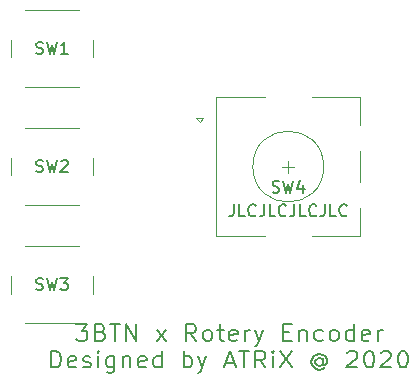
<source format=gbr>
G04 #@! TF.GenerationSoftware,KiCad,Pcbnew,(5.1.5)-3*
G04 #@! TF.CreationDate,2020-04-13T22:53:19+08:00*
G04 #@! TF.ProjectId,encoder_3btn,656e636f-6465-4725-9f33-62746e2e6b69,rev?*
G04 #@! TF.SameCoordinates,Original*
G04 #@! TF.FileFunction,Legend,Top*
G04 #@! TF.FilePolarity,Positive*
%FSLAX46Y46*%
G04 Gerber Fmt 4.6, Leading zero omitted, Abs format (unit mm)*
G04 Created by KiCad (PCBNEW (5.1.5)-3) date 2020-04-13 22:53:19*
%MOMM*%
%LPD*%
G04 APERTURE LIST*
%ADD10C,0.150000*%
%ADD11C,0.120000*%
%ADD12C,2.102000*%
%ADD13R,2.102000X2.102000*%
%ADD14R,3.302000X2.102000*%
%ADD15C,6.102000*%
%ADD16C,0.902000*%
%ADD17O,1.802000X1.802000*%
%ADD18R,1.802000X1.802000*%
G04 APERTURE END LIST*
D10*
X112071428Y-131358333D02*
X113000000Y-131358333D01*
X112500000Y-131891666D01*
X112714285Y-131891666D01*
X112857142Y-131958333D01*
X112928571Y-132025000D01*
X113000000Y-132158333D01*
X113000000Y-132491666D01*
X112928571Y-132625000D01*
X112857142Y-132691666D01*
X112714285Y-132758333D01*
X112285714Y-132758333D01*
X112142857Y-132691666D01*
X112071428Y-132625000D01*
X114142857Y-132025000D02*
X114357142Y-132091666D01*
X114428571Y-132158333D01*
X114500000Y-132291666D01*
X114500000Y-132491666D01*
X114428571Y-132625000D01*
X114357142Y-132691666D01*
X114214285Y-132758333D01*
X113642857Y-132758333D01*
X113642857Y-131358333D01*
X114142857Y-131358333D01*
X114285714Y-131425000D01*
X114357142Y-131491666D01*
X114428571Y-131625000D01*
X114428571Y-131758333D01*
X114357142Y-131891666D01*
X114285714Y-131958333D01*
X114142857Y-132025000D01*
X113642857Y-132025000D01*
X114928571Y-131358333D02*
X115785714Y-131358333D01*
X115357142Y-132758333D02*
X115357142Y-131358333D01*
X116285714Y-132758333D02*
X116285714Y-131358333D01*
X117142857Y-132758333D01*
X117142857Y-131358333D01*
X118857142Y-132758333D02*
X119642857Y-131825000D01*
X118857142Y-131825000D02*
X119642857Y-132758333D01*
X122214285Y-132758333D02*
X121714285Y-132091666D01*
X121357142Y-132758333D02*
X121357142Y-131358333D01*
X121928571Y-131358333D01*
X122071428Y-131425000D01*
X122142857Y-131491666D01*
X122214285Y-131625000D01*
X122214285Y-131825000D01*
X122142857Y-131958333D01*
X122071428Y-132025000D01*
X121928571Y-132091666D01*
X121357142Y-132091666D01*
X123071428Y-132758333D02*
X122928571Y-132691666D01*
X122857142Y-132625000D01*
X122785714Y-132491666D01*
X122785714Y-132091666D01*
X122857142Y-131958333D01*
X122928571Y-131891666D01*
X123071428Y-131825000D01*
X123285714Y-131825000D01*
X123428571Y-131891666D01*
X123500000Y-131958333D01*
X123571428Y-132091666D01*
X123571428Y-132491666D01*
X123500000Y-132625000D01*
X123428571Y-132691666D01*
X123285714Y-132758333D01*
X123071428Y-132758333D01*
X124000000Y-131825000D02*
X124571428Y-131825000D01*
X124214285Y-131358333D02*
X124214285Y-132558333D01*
X124285714Y-132691666D01*
X124428571Y-132758333D01*
X124571428Y-132758333D01*
X125642857Y-132691666D02*
X125499999Y-132758333D01*
X125214285Y-132758333D01*
X125071428Y-132691666D01*
X124999999Y-132558333D01*
X124999999Y-132025000D01*
X125071428Y-131891666D01*
X125214285Y-131825000D01*
X125499999Y-131825000D01*
X125642857Y-131891666D01*
X125714285Y-132025000D01*
X125714285Y-132158333D01*
X124999999Y-132291666D01*
X126357142Y-132758333D02*
X126357142Y-131825000D01*
X126357142Y-132091666D02*
X126428571Y-131958333D01*
X126499999Y-131891666D01*
X126642857Y-131825000D01*
X126785714Y-131825000D01*
X127142857Y-131825000D02*
X127499999Y-132758333D01*
X127857142Y-131825000D02*
X127499999Y-132758333D01*
X127357142Y-133091666D01*
X127285714Y-133158333D01*
X127142857Y-133225000D01*
X129571428Y-132025000D02*
X130071428Y-132025000D01*
X130285714Y-132758333D02*
X129571428Y-132758333D01*
X129571428Y-131358333D01*
X130285714Y-131358333D01*
X130928571Y-131825000D02*
X130928571Y-132758333D01*
X130928571Y-131958333D02*
X131000000Y-131891666D01*
X131142857Y-131825000D01*
X131357142Y-131825000D01*
X131500000Y-131891666D01*
X131571428Y-132025000D01*
X131571428Y-132758333D01*
X132928571Y-132691666D02*
X132785714Y-132758333D01*
X132500000Y-132758333D01*
X132357142Y-132691666D01*
X132285714Y-132625000D01*
X132214285Y-132491666D01*
X132214285Y-132091666D01*
X132285714Y-131958333D01*
X132357142Y-131891666D01*
X132500000Y-131825000D01*
X132785714Y-131825000D01*
X132928571Y-131891666D01*
X133785714Y-132758333D02*
X133642857Y-132691666D01*
X133571428Y-132625000D01*
X133500000Y-132491666D01*
X133500000Y-132091666D01*
X133571428Y-131958333D01*
X133642857Y-131891666D01*
X133785714Y-131825000D01*
X134000000Y-131825000D01*
X134142857Y-131891666D01*
X134214285Y-131958333D01*
X134285714Y-132091666D01*
X134285714Y-132491666D01*
X134214285Y-132625000D01*
X134142857Y-132691666D01*
X134000000Y-132758333D01*
X133785714Y-132758333D01*
X135571428Y-132758333D02*
X135571428Y-131358333D01*
X135571428Y-132691666D02*
X135428571Y-132758333D01*
X135142857Y-132758333D01*
X135000000Y-132691666D01*
X134928571Y-132625000D01*
X134857142Y-132491666D01*
X134857142Y-132091666D01*
X134928571Y-131958333D01*
X135000000Y-131891666D01*
X135142857Y-131825000D01*
X135428571Y-131825000D01*
X135571428Y-131891666D01*
X136857142Y-132691666D02*
X136714285Y-132758333D01*
X136428571Y-132758333D01*
X136285714Y-132691666D01*
X136214285Y-132558333D01*
X136214285Y-132025000D01*
X136285714Y-131891666D01*
X136428571Y-131825000D01*
X136714285Y-131825000D01*
X136857142Y-131891666D01*
X136928571Y-132025000D01*
X136928571Y-132158333D01*
X136214285Y-132291666D01*
X137571428Y-132758333D02*
X137571428Y-131825000D01*
X137571428Y-132091666D02*
X137642857Y-131958333D01*
X137714285Y-131891666D01*
X137857142Y-131825000D01*
X138000000Y-131825000D01*
X109928571Y-135008333D02*
X109928571Y-133608333D01*
X110285714Y-133608333D01*
X110500000Y-133675000D01*
X110642857Y-133808333D01*
X110714285Y-133941666D01*
X110785714Y-134208333D01*
X110785714Y-134408333D01*
X110714285Y-134675000D01*
X110642857Y-134808333D01*
X110500000Y-134941666D01*
X110285714Y-135008333D01*
X109928571Y-135008333D01*
X112000000Y-134941666D02*
X111857142Y-135008333D01*
X111571428Y-135008333D01*
X111428571Y-134941666D01*
X111357142Y-134808333D01*
X111357142Y-134275000D01*
X111428571Y-134141666D01*
X111571428Y-134075000D01*
X111857142Y-134075000D01*
X112000000Y-134141666D01*
X112071428Y-134275000D01*
X112071428Y-134408333D01*
X111357142Y-134541666D01*
X112642857Y-134941666D02*
X112785714Y-135008333D01*
X113071428Y-135008333D01*
X113214285Y-134941666D01*
X113285714Y-134808333D01*
X113285714Y-134741666D01*
X113214285Y-134608333D01*
X113071428Y-134541666D01*
X112857142Y-134541666D01*
X112714285Y-134475000D01*
X112642857Y-134341666D01*
X112642857Y-134275000D01*
X112714285Y-134141666D01*
X112857142Y-134075000D01*
X113071428Y-134075000D01*
X113214285Y-134141666D01*
X113928571Y-135008333D02*
X113928571Y-134075000D01*
X113928571Y-133608333D02*
X113857142Y-133675000D01*
X113928571Y-133741666D01*
X114000000Y-133675000D01*
X113928571Y-133608333D01*
X113928571Y-133741666D01*
X115285714Y-134075000D02*
X115285714Y-135208333D01*
X115214285Y-135341666D01*
X115142857Y-135408333D01*
X115000000Y-135475000D01*
X114785714Y-135475000D01*
X114642857Y-135408333D01*
X115285714Y-134941666D02*
X115142857Y-135008333D01*
X114857142Y-135008333D01*
X114714285Y-134941666D01*
X114642857Y-134875000D01*
X114571428Y-134741666D01*
X114571428Y-134341666D01*
X114642857Y-134208333D01*
X114714285Y-134141666D01*
X114857142Y-134075000D01*
X115142857Y-134075000D01*
X115285714Y-134141666D01*
X116000000Y-134075000D02*
X116000000Y-135008333D01*
X116000000Y-134208333D02*
X116071428Y-134141666D01*
X116214285Y-134075000D01*
X116428571Y-134075000D01*
X116571428Y-134141666D01*
X116642857Y-134275000D01*
X116642857Y-135008333D01*
X117928571Y-134941666D02*
X117785714Y-135008333D01*
X117500000Y-135008333D01*
X117357142Y-134941666D01*
X117285714Y-134808333D01*
X117285714Y-134275000D01*
X117357142Y-134141666D01*
X117500000Y-134075000D01*
X117785714Y-134075000D01*
X117928571Y-134141666D01*
X118000000Y-134275000D01*
X118000000Y-134408333D01*
X117285714Y-134541666D01*
X119285714Y-135008333D02*
X119285714Y-133608333D01*
X119285714Y-134941666D02*
X119142857Y-135008333D01*
X118857142Y-135008333D01*
X118714285Y-134941666D01*
X118642857Y-134875000D01*
X118571428Y-134741666D01*
X118571428Y-134341666D01*
X118642857Y-134208333D01*
X118714285Y-134141666D01*
X118857142Y-134075000D01*
X119142857Y-134075000D01*
X119285714Y-134141666D01*
X121142857Y-135008333D02*
X121142857Y-133608333D01*
X121142857Y-134141666D02*
X121285714Y-134075000D01*
X121571428Y-134075000D01*
X121714285Y-134141666D01*
X121785714Y-134208333D01*
X121857142Y-134341666D01*
X121857142Y-134741666D01*
X121785714Y-134875000D01*
X121714285Y-134941666D01*
X121571428Y-135008333D01*
X121285714Y-135008333D01*
X121142857Y-134941666D01*
X122357142Y-134075000D02*
X122714285Y-135008333D01*
X123071428Y-134075000D02*
X122714285Y-135008333D01*
X122571428Y-135341666D01*
X122500000Y-135408333D01*
X122357142Y-135475000D01*
X124714285Y-134608333D02*
X125428571Y-134608333D01*
X124571428Y-135008333D02*
X125071428Y-133608333D01*
X125571428Y-135008333D01*
X125857142Y-133608333D02*
X126714285Y-133608333D01*
X126285714Y-135008333D02*
X126285714Y-133608333D01*
X128071428Y-135008333D02*
X127571428Y-134341666D01*
X127214285Y-135008333D02*
X127214285Y-133608333D01*
X127785714Y-133608333D01*
X127928571Y-133675000D01*
X128000000Y-133741666D01*
X128071428Y-133875000D01*
X128071428Y-134075000D01*
X128000000Y-134208333D01*
X127928571Y-134275000D01*
X127785714Y-134341666D01*
X127214285Y-134341666D01*
X128714285Y-135008333D02*
X128714285Y-134075000D01*
X128714285Y-133608333D02*
X128642857Y-133675000D01*
X128714285Y-133741666D01*
X128785714Y-133675000D01*
X128714285Y-133608333D01*
X128714285Y-133741666D01*
X129285714Y-133608333D02*
X130285714Y-135008333D01*
X130285714Y-133608333D02*
X129285714Y-135008333D01*
X132928571Y-134341666D02*
X132857142Y-134275000D01*
X132714285Y-134208333D01*
X132571428Y-134208333D01*
X132428571Y-134275000D01*
X132357142Y-134341666D01*
X132285714Y-134475000D01*
X132285714Y-134608333D01*
X132357142Y-134741666D01*
X132428571Y-134808333D01*
X132571428Y-134875000D01*
X132714285Y-134875000D01*
X132857142Y-134808333D01*
X132928571Y-134741666D01*
X132928571Y-134208333D02*
X132928571Y-134741666D01*
X133000000Y-134808333D01*
X133071428Y-134808333D01*
X133214285Y-134741666D01*
X133285714Y-134608333D01*
X133285714Y-134275000D01*
X133142857Y-134075000D01*
X132928571Y-133941666D01*
X132642857Y-133875000D01*
X132357142Y-133941666D01*
X132142857Y-134075000D01*
X132000000Y-134275000D01*
X131928571Y-134541666D01*
X132000000Y-134808333D01*
X132142857Y-135008333D01*
X132357142Y-135141666D01*
X132642857Y-135208333D01*
X132928571Y-135141666D01*
X133142857Y-135008333D01*
X135000000Y-133741666D02*
X135071428Y-133675000D01*
X135214285Y-133608333D01*
X135571428Y-133608333D01*
X135714285Y-133675000D01*
X135785714Y-133741666D01*
X135857142Y-133875000D01*
X135857142Y-134008333D01*
X135785714Y-134208333D01*
X134928571Y-135008333D01*
X135857142Y-135008333D01*
X136785714Y-133608333D02*
X136928571Y-133608333D01*
X137071428Y-133675000D01*
X137142857Y-133741666D01*
X137214285Y-133875000D01*
X137285714Y-134141666D01*
X137285714Y-134475000D01*
X137214285Y-134741666D01*
X137142857Y-134875000D01*
X137071428Y-134941666D01*
X136928571Y-135008333D01*
X136785714Y-135008333D01*
X136642857Y-134941666D01*
X136571428Y-134875000D01*
X136500000Y-134741666D01*
X136428571Y-134475000D01*
X136428571Y-134141666D01*
X136500000Y-133875000D01*
X136571428Y-133741666D01*
X136642857Y-133675000D01*
X136785714Y-133608333D01*
X137857142Y-133741666D02*
X137928571Y-133675000D01*
X138071428Y-133608333D01*
X138428571Y-133608333D01*
X138571428Y-133675000D01*
X138642857Y-133741666D01*
X138714285Y-133875000D01*
X138714285Y-134008333D01*
X138642857Y-134208333D01*
X137785714Y-135008333D01*
X138714285Y-135008333D01*
X139642857Y-133608333D02*
X139785714Y-133608333D01*
X139928571Y-133675000D01*
X140000000Y-133741666D01*
X140071428Y-133875000D01*
X140142857Y-134141666D01*
X140142857Y-134475000D01*
X140071428Y-134741666D01*
X140000000Y-134875000D01*
X139928571Y-134941666D01*
X139785714Y-135008333D01*
X139642857Y-135008333D01*
X139500000Y-134941666D01*
X139428571Y-134875000D01*
X139357142Y-134741666D01*
X139285714Y-134475000D01*
X139285714Y-134141666D01*
X139357142Y-133875000D01*
X139428571Y-133741666D01*
X139500000Y-133675000D01*
X139642857Y-133608333D01*
X125380952Y-121202380D02*
X125380952Y-121916666D01*
X125333333Y-122059523D01*
X125238095Y-122154761D01*
X125095238Y-122202380D01*
X125000000Y-122202380D01*
X126333333Y-122202380D02*
X125857142Y-122202380D01*
X125857142Y-121202380D01*
X127238095Y-122107142D02*
X127190476Y-122154761D01*
X127047619Y-122202380D01*
X126952380Y-122202380D01*
X126809523Y-122154761D01*
X126714285Y-122059523D01*
X126666666Y-121964285D01*
X126619047Y-121773809D01*
X126619047Y-121630952D01*
X126666666Y-121440476D01*
X126714285Y-121345238D01*
X126809523Y-121250000D01*
X126952380Y-121202380D01*
X127047619Y-121202380D01*
X127190476Y-121250000D01*
X127238095Y-121297619D01*
X127952380Y-121202380D02*
X127952380Y-121916666D01*
X127904761Y-122059523D01*
X127809523Y-122154761D01*
X127666666Y-122202380D01*
X127571428Y-122202380D01*
X128904761Y-122202380D02*
X128428571Y-122202380D01*
X128428571Y-121202380D01*
X129809523Y-122107142D02*
X129761904Y-122154761D01*
X129619047Y-122202380D01*
X129523809Y-122202380D01*
X129380952Y-122154761D01*
X129285714Y-122059523D01*
X129238095Y-121964285D01*
X129190476Y-121773809D01*
X129190476Y-121630952D01*
X129238095Y-121440476D01*
X129285714Y-121345238D01*
X129380952Y-121250000D01*
X129523809Y-121202380D01*
X129619047Y-121202380D01*
X129761904Y-121250000D01*
X129809523Y-121297619D01*
X130523809Y-121202380D02*
X130523809Y-121916666D01*
X130476190Y-122059523D01*
X130380952Y-122154761D01*
X130238095Y-122202380D01*
X130142857Y-122202380D01*
X131476190Y-122202380D02*
X131000000Y-122202380D01*
X131000000Y-121202380D01*
X132380952Y-122107142D02*
X132333333Y-122154761D01*
X132190476Y-122202380D01*
X132095238Y-122202380D01*
X131952380Y-122154761D01*
X131857142Y-122059523D01*
X131809523Y-121964285D01*
X131761904Y-121773809D01*
X131761904Y-121630952D01*
X131809523Y-121440476D01*
X131857142Y-121345238D01*
X131952380Y-121250000D01*
X132095238Y-121202380D01*
X132190476Y-121202380D01*
X132333333Y-121250000D01*
X132380952Y-121297619D01*
X133095238Y-121202380D02*
X133095238Y-121916666D01*
X133047619Y-122059523D01*
X132952380Y-122154761D01*
X132809523Y-122202380D01*
X132714285Y-122202380D01*
X134047619Y-122202380D02*
X133571428Y-122202380D01*
X133571428Y-121202380D01*
X134952380Y-122107142D02*
X134904761Y-122154761D01*
X134761904Y-122202380D01*
X134666666Y-122202380D01*
X134523809Y-122154761D01*
X134428571Y-122059523D01*
X134380952Y-121964285D01*
X134333333Y-121773809D01*
X134333333Y-121630952D01*
X134380952Y-121440476D01*
X134428571Y-121345238D01*
X134523809Y-121250000D01*
X134666666Y-121202380D01*
X134761904Y-121202380D01*
X134904761Y-121250000D01*
X134952380Y-121297619D01*
D11*
X113500000Y-128750000D02*
X113500000Y-127250000D01*
X112250000Y-124750000D02*
X107750000Y-124750000D01*
X106500000Y-127250000D02*
X106500000Y-128750000D01*
X107750000Y-131250000D02*
X112250000Y-131250000D01*
X113500000Y-118750000D02*
X113500000Y-117250000D01*
X112250000Y-114750000D02*
X107750000Y-114750000D01*
X106500000Y-117250000D02*
X106500000Y-118750000D01*
X107750000Y-121250000D02*
X112250000Y-121250000D01*
X113500000Y-108750000D02*
X113500000Y-107250000D01*
X112250000Y-104750000D02*
X107750000Y-104750000D01*
X106500000Y-107250000D02*
X106500000Y-108750000D01*
X107750000Y-111250000D02*
X112250000Y-111250000D01*
X133000000Y-118000000D02*
G75*
G03X133000000Y-118000000I-3000000J0D01*
G01*
X132000000Y-112100000D02*
X136100000Y-112100000D01*
X136100000Y-123900000D02*
X132000000Y-123900000D01*
X128000000Y-123900000D02*
X123900000Y-123900000D01*
X128000000Y-112100000D02*
X123900000Y-112100000D01*
X123900000Y-112100000D02*
X123900000Y-123900000D01*
X122500000Y-114200000D02*
X122200000Y-113900000D01*
X122200000Y-113900000D02*
X122800000Y-113900000D01*
X122800000Y-113900000D02*
X122500000Y-114200000D01*
X136100000Y-112100000D02*
X136100000Y-114500000D01*
X136100000Y-116700000D02*
X136100000Y-119300000D01*
X136100000Y-121500000D02*
X136100000Y-123900000D01*
X130000000Y-117500000D02*
X130000000Y-118500000D01*
X129500000Y-118000000D02*
X130500000Y-118000000D01*
D10*
X108666666Y-128404761D02*
X108809523Y-128452380D01*
X109047619Y-128452380D01*
X109142857Y-128404761D01*
X109190476Y-128357142D01*
X109238095Y-128261904D01*
X109238095Y-128166666D01*
X109190476Y-128071428D01*
X109142857Y-128023809D01*
X109047619Y-127976190D01*
X108857142Y-127928571D01*
X108761904Y-127880952D01*
X108714285Y-127833333D01*
X108666666Y-127738095D01*
X108666666Y-127642857D01*
X108714285Y-127547619D01*
X108761904Y-127500000D01*
X108857142Y-127452380D01*
X109095238Y-127452380D01*
X109238095Y-127500000D01*
X109571428Y-127452380D02*
X109809523Y-128452380D01*
X110000000Y-127738095D01*
X110190476Y-128452380D01*
X110428571Y-127452380D01*
X110714285Y-127452380D02*
X111333333Y-127452380D01*
X111000000Y-127833333D01*
X111142857Y-127833333D01*
X111238095Y-127880952D01*
X111285714Y-127928571D01*
X111333333Y-128023809D01*
X111333333Y-128261904D01*
X111285714Y-128357142D01*
X111238095Y-128404761D01*
X111142857Y-128452380D01*
X110857142Y-128452380D01*
X110761904Y-128404761D01*
X110714285Y-128357142D01*
X108666666Y-118404761D02*
X108809523Y-118452380D01*
X109047619Y-118452380D01*
X109142857Y-118404761D01*
X109190476Y-118357142D01*
X109238095Y-118261904D01*
X109238095Y-118166666D01*
X109190476Y-118071428D01*
X109142857Y-118023809D01*
X109047619Y-117976190D01*
X108857142Y-117928571D01*
X108761904Y-117880952D01*
X108714285Y-117833333D01*
X108666666Y-117738095D01*
X108666666Y-117642857D01*
X108714285Y-117547619D01*
X108761904Y-117500000D01*
X108857142Y-117452380D01*
X109095238Y-117452380D01*
X109238095Y-117500000D01*
X109571428Y-117452380D02*
X109809523Y-118452380D01*
X110000000Y-117738095D01*
X110190476Y-118452380D01*
X110428571Y-117452380D01*
X110761904Y-117547619D02*
X110809523Y-117500000D01*
X110904761Y-117452380D01*
X111142857Y-117452380D01*
X111238095Y-117500000D01*
X111285714Y-117547619D01*
X111333333Y-117642857D01*
X111333333Y-117738095D01*
X111285714Y-117880952D01*
X110714285Y-118452380D01*
X111333333Y-118452380D01*
X108666666Y-108404761D02*
X108809523Y-108452380D01*
X109047619Y-108452380D01*
X109142857Y-108404761D01*
X109190476Y-108357142D01*
X109238095Y-108261904D01*
X109238095Y-108166666D01*
X109190476Y-108071428D01*
X109142857Y-108023809D01*
X109047619Y-107976190D01*
X108857142Y-107928571D01*
X108761904Y-107880952D01*
X108714285Y-107833333D01*
X108666666Y-107738095D01*
X108666666Y-107642857D01*
X108714285Y-107547619D01*
X108761904Y-107500000D01*
X108857142Y-107452380D01*
X109095238Y-107452380D01*
X109238095Y-107500000D01*
X109571428Y-107452380D02*
X109809523Y-108452380D01*
X110000000Y-107738095D01*
X110190476Y-108452380D01*
X110428571Y-107452380D01*
X111333333Y-108452380D02*
X110761904Y-108452380D01*
X111047619Y-108452380D02*
X111047619Y-107452380D01*
X110952380Y-107595238D01*
X110857142Y-107690476D01*
X110761904Y-107738095D01*
X128666666Y-120154761D02*
X128809523Y-120202380D01*
X129047619Y-120202380D01*
X129142857Y-120154761D01*
X129190476Y-120107142D01*
X129238095Y-120011904D01*
X129238095Y-119916666D01*
X129190476Y-119821428D01*
X129142857Y-119773809D01*
X129047619Y-119726190D01*
X128857142Y-119678571D01*
X128761904Y-119630952D01*
X128714285Y-119583333D01*
X128666666Y-119488095D01*
X128666666Y-119392857D01*
X128714285Y-119297619D01*
X128761904Y-119250000D01*
X128857142Y-119202380D01*
X129095238Y-119202380D01*
X129238095Y-119250000D01*
X129571428Y-119202380D02*
X129809523Y-120202380D01*
X130000000Y-119488095D01*
X130190476Y-120202380D01*
X130428571Y-119202380D01*
X131238095Y-119535714D02*
X131238095Y-120202380D01*
X131000000Y-119154761D02*
X130761904Y-119869047D01*
X131380952Y-119869047D01*
%LPC*%
D12*
X113250000Y-125750000D03*
X113250000Y-130250000D03*
X106750000Y-125750000D03*
X106750000Y-130250000D03*
X113250000Y-115750000D03*
X113250000Y-120250000D03*
X106750000Y-115750000D03*
X106750000Y-120250000D03*
X113250000Y-105750000D03*
X113250000Y-110250000D03*
X106750000Y-105750000D03*
X106750000Y-110250000D03*
D13*
X122500000Y-115500000D03*
D12*
X122500000Y-118000000D03*
X122500000Y-120500000D03*
D14*
X130000000Y-112400000D03*
X130000000Y-123600000D03*
D12*
X137000000Y-115500000D03*
X137000000Y-120500000D03*
D15*
X147500000Y-102500000D03*
D16*
X149750000Y-102500000D03*
X149090990Y-104090990D03*
X147500000Y-104750000D03*
X145909010Y-104090990D03*
X145250000Y-102500000D03*
X145909010Y-100909010D03*
X147500000Y-100250000D03*
X149090990Y-100909010D03*
X104090990Y-100909010D03*
X102500000Y-100250000D03*
X100909010Y-100909010D03*
X100250000Y-102500000D03*
X100909010Y-104090990D03*
X102500000Y-104750000D03*
X104090990Y-104090990D03*
X104750000Y-102500000D03*
D15*
X102500000Y-102500000D03*
X102500000Y-133500000D03*
D16*
X104750000Y-133500000D03*
X104090990Y-135090990D03*
X102500000Y-135750000D03*
X100909010Y-135090990D03*
X100250000Y-133500000D03*
X100909010Y-131909010D03*
X102500000Y-131250000D03*
X104090990Y-131909010D03*
X149090990Y-131909010D03*
X147500000Y-131250000D03*
X145909010Y-131909010D03*
X145250000Y-133500000D03*
X145909010Y-135090990D03*
X147500000Y-135750000D03*
X149090990Y-135090990D03*
X149750000Y-133500000D03*
D15*
X147500000Y-133500000D03*
D17*
X147000000Y-126780000D03*
X147000000Y-124240000D03*
X147000000Y-121700000D03*
X147000000Y-119160000D03*
X147000000Y-116620000D03*
X147000000Y-114080000D03*
X147000000Y-111540000D03*
D18*
X147000000Y-109000000D03*
M02*

</source>
